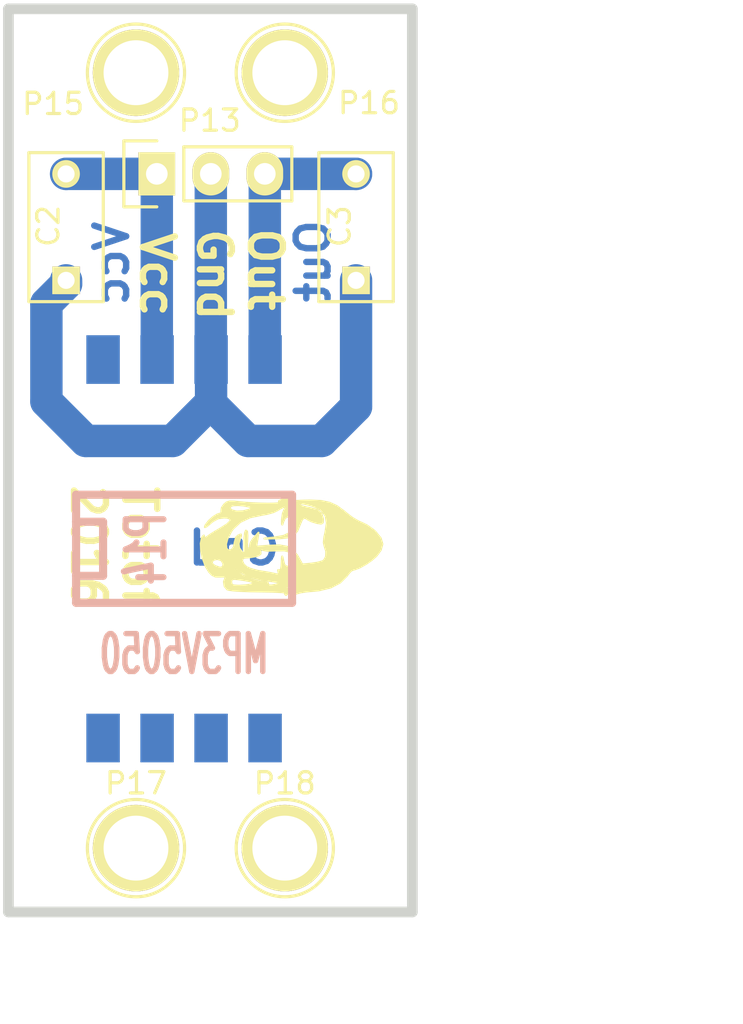
<source format=kicad_pcb>
(kicad_pcb (version 4) (host pcbnew 4.0.4+e1-6308~48~ubuntu16.04.1-stable)

  (general
    (links 7)
    (no_connects 0)
    (area 128.748999 29.743523 163.781212 79.674701)
    (thickness 1.6)
    (drawings 13)
    (tracks 24)
    (zones 0)
    (modules 9)
    (nets 13)
  )

  (page A4)
  (layers
    (0 F.Cu signal)
    (31 B.Cu signal)
    (32 B.Adhes user)
    (33 F.Adhes user)
    (34 B.Paste user)
    (35 F.Paste user)
    (36 B.SilkS user)
    (37 F.SilkS user)
    (38 B.Mask user)
    (39 F.Mask user)
    (40 Dwgs.User user)
    (41 Cmts.User user)
    (42 Eco1.User user)
    (43 Eco2.User user)
    (44 Edge.Cuts user)
    (45 Margin user)
    (46 B.CrtYd user)
    (47 F.CrtYd user)
    (48 B.Fab user)
    (49 F.Fab user)
  )

  (setup
    (last_trace_width 0.25)
    (user_trace_width 0.508)
    (user_trace_width 0.762)
    (user_trace_width 1.016)
    (user_trace_width 1.524)
    (user_trace_width 2.032)
    (user_trace_width 3.048)
    (trace_clearance 0.2)
    (zone_clearance 0.508)
    (zone_45_only no)
    (trace_min 0.2)
    (segment_width 0.2)
    (edge_width 0.5)
    (via_size 0.6)
    (via_drill 0.4)
    (via_min_size 0.4)
    (via_min_drill 0.3)
    (uvia_size 0.3)
    (uvia_drill 0.1)
    (uvias_allowed no)
    (uvia_min_size 0.2)
    (uvia_min_drill 0.1)
    (pcb_text_width 0.3)
    (pcb_text_size 1.5 1.5)
    (mod_edge_width 0.15)
    (mod_text_size 1 1)
    (mod_text_width 0.15)
    (pad_size 1.5748 2.286)
    (pad_drill 0)
    (pad_to_mask_clearance 0.2)
    (aux_axis_origin 0 0)
    (visible_elements FFFFF77F)
    (pcbplotparams
      (layerselection 0x010f4_80000001)
      (usegerberextensions false)
      (excludeedgelayer true)
      (linewidth 0.100000)
      (plotframeref false)
      (viasonmask false)
      (mode 1)
      (useauxorigin false)
      (hpglpennumber 1)
      (hpglpenspeed 20)
      (hpglpendiameter 15)
      (hpglpenoverlay 2)
      (psnegative false)
      (psa4output false)
      (plotreference true)
      (plotvalue true)
      (plotinvisibletext false)
      (padsonsilk false)
      (subtractmaskfromsilk false)
      (outputformat 1)
      (mirror false)
      (drillshape 0)
      (scaleselection 1)
      (outputdirectory "gerber/aecp vaccum sensor/"))
  )

  (net 0 "")
  (net 1 GND)
  (net 2 "Net-(P14-Pad1)")
  (net 3 "Net-(P14-Pad5)")
  (net 4 "Net-(P14-Pad6)")
  (net 5 "Net-(P14-Pad7)")
  (net 6 "Net-(P14-Pad8)")
  (net 7 "Net-(C2-Pad2)")
  (net 8 "Net-(C3-Pad2)")
  (net 9 "Net-(P15-Pad1)")
  (net 10 "Net-(P16-Pad1)")
  (net 11 "Net-(P17-Pad1)")
  (net 12 "Net-(P18-Pad1)")

  (net_class Default "Ceci est la Netclass par défaut"
    (clearance 0.2)
    (trace_width 0.25)
    (via_dia 0.6)
    (via_drill 0.4)
    (uvia_dia 0.3)
    (uvia_drill 0.1)
    (add_net GND)
    (add_net "Net-(C2-Pad2)")
    (add_net "Net-(C3-Pad2)")
    (add_net "Net-(P14-Pad1)")
    (add_net "Net-(P14-Pad5)")
    (add_net "Net-(P14-Pad6)")
    (add_net "Net-(P14-Pad7)")
    (add_net "Net-(P14-Pad8)")
    (add_net "Net-(P15-Pad1)")
    (add_net "Net-(P16-Pad1)")
    (add_net "Net-(P17-Pad1)")
    (add_net "Net-(P18-Pad1)")
  )

  (module Tete_budha:Tete_budha (layer F.Cu) (tedit 5766AA68) (tstamp 57782174)
    (at 142.3543 55.26532 270)
    (path /570FF659)
    (fp_text reference G1 (at 0 -5.461 270) (layer F.SilkS) hide
      (effects (font (thickness 0.3)))
    )
    (fp_text value Tete_budha (at 0 5.969 270) (layer F.SilkS) hide
      (effects (font (thickness 0.3)))
    )
    (fp_poly (pts (xy 2.267668 -0.000343) (xy 2.220055 0.104442) (xy 2.182909 0.234816) (xy 2.153378 0.515948)
      (xy 2.14962 0.59115) (xy 2.14962 -0.153698) (xy 2.144415 -0.1692) (xy 2.069649 -0.152819)
      (xy 1.975653 -0.032171) (xy 1.896524 0.136295) (xy 1.866215 0.291349) (xy 1.884641 0.37197)
      (xy 1.943608 0.316181) (xy 2.027886 0.169333) (xy 2.118347 -0.027369) (xy 2.14962 -0.153698)
      (xy 2.14962 0.59115) (xy 2.132718 0.929382) (xy 2.122183 1.456664) (xy 2.1215 1.554332)
      (xy 2.113765 2.024758) (xy 2.097072 2.444253) (xy 2.073494 2.779557) (xy 2.045105 2.997406)
      (xy 2.027895 3.05567) (xy 2.013911 3.067421) (xy 2.013911 0.548631) (xy 2.003778 0.536222)
      (xy 1.953443 0.547844) (xy 1.947333 0.592667) (xy 1.978311 0.662357) (xy 2.003778 0.649111)
      (xy 2.013911 0.548631) (xy 2.013911 3.067421) (xy 1.877922 3.181704) (xy 1.85743 3.184889)
      (xy 1.85743 2.569919) (xy 1.856716 2.4765) (xy 1.847455 2.32349) (xy 1.847455 0.977054)
      (xy 1.798209 0.733285) (xy 1.782092 0.677333) (xy 1.737981 0.549859) (xy 1.708524 0.559847)
      (xy 1.675072 0.721147) (xy 1.66809 0.762) (xy 1.62648 1.037235) (xy 1.583815 1.363815)
      (xy 1.572474 1.460771) (xy 1.505911 1.722257) (xy 1.505911 0.379298) (xy 1.495778 0.366889)
      (xy 1.445443 0.378511) (xy 1.439333 0.423333) (xy 1.470311 0.493023) (xy 1.495778 0.479778)
      (xy 1.505911 0.379298) (xy 1.505911 1.722257) (xy 1.428149 2.027739) (xy 1.339873 2.175301)
      (xy 1.339873 0.646559) (xy 1.271021 0.631978) (xy 1.223981 0.64813) (xy 1.120291 0.665334)
      (xy 1.134107 0.607055) (xy 1.11642 0.541806) (xy 0.953224 0.505933) (xy 0.788163 0.496854)
      (xy 0.557204 0.488612) (xy 0.484462 0.476828) (xy 0.558847 0.455146) (xy 0.677333 0.433354)
      (xy 0.876483 0.381426) (xy 0.958152 0.282554) (xy 0.973667 0.084667) (xy 0.960888 -0.112974)
      (xy 0.893234 -0.189777) (xy 0.86079 -0.190578) (xy 0.86079 -0.465667) (xy 0.816909 -0.916014)
      (xy 0.773806 -1.194637) (xy 0.711694 -1.413395) (xy 0.67248 -1.487514) (xy 0.49179 -1.588024)
      (xy 0.237538 -1.597995) (xy -0.005141 -1.521249) (xy -0.180396 -1.481645) (xy -0.452408 -1.512992)
      (xy -0.648086 -1.559073) (xy -1.094164 -1.627436) (xy -1.437187 -1.567459) (xy -1.689607 -1.374623)
      (xy -1.831362 -1.129664) (xy -1.928706 -0.858847) (xy -1.993901 -0.605254) (xy -2.021557 -0.405728)
      (xy -2.006284 -0.297109) (xy -1.951679 -0.307248) (xy -1.878287 -0.446126) (xy -1.817048 -0.679656)
      (xy -1.802519 -0.772915) (xy -1.708813 -1.140779) (xy -1.537141 -1.361218) (xy -1.283592 -1.439089)
      (xy -1.265794 -1.439333) (xy -1.116367 -1.427712) (xy -1.06662 -1.360302) (xy -1.090639 -1.188281)
      (xy -1.103002 -1.132648) (xy -1.172506 -0.904784) (xy -1.252448 -0.747264) (xy -1.263419 -0.734715)
      (xy -1.349807 -0.584555) (xy -1.275624 -0.460193) (xy -1.036752 -0.354902) (xy -1.029784 -0.3528)
      (xy -0.725614 -0.229826) (xy -0.529909 -0.056552) (xy -0.420821 0.202235) (xy -0.376502 0.581752)
      (xy -0.372866 0.705989) (xy -0.362198 1.312333) (xy -0.413932 0.804333) (xy -0.482598 0.417162)
      (xy -0.605463 0.147277) (xy -0.665489 0.070339) (xy -0.897138 -0.12719) (xy -1.12543 -0.219398)
      (xy -1.317093 -0.209751) (xy -1.438855 -0.101716) (xy -1.457444 0.101241) (xy -1.446187 0.151677)
      (xy -1.324987 0.354085) (xy -1.136948 0.439157) (xy -1.019069 0.472468) (xy -1.049283 0.485978)
      (xy -1.237381 0.482802) (xy -1.27 0.48149) (xy -1.539965 0.442987) (xy -1.726349 0.364649)
      (xy -1.754141 0.338667) (xy -1.84011 0.266345) (xy -1.867862 0.310628) (xy -1.843066 0.4313)
      (xy -1.771395 0.588148) (xy -1.705003 0.687082) (xy -1.605039 0.888951) (xy -1.521705 1.188065)
      (xy -1.487327 1.397) (xy -1.36419 1.987544) (xy -1.145301 2.448599) (xy -0.822381 2.795671)
      (xy -0.690889 2.888269) (xy -0.375638 3.050536) (xy -0.098528 3.124506) (xy 0.106134 3.105238)
      (xy 0.195992 3.015984) (xy 0.183936 2.857542) (xy 0.037277 2.746445) (xy -0.183288 2.709333)
      (xy -0.412539 2.645055) (xy -0.507353 2.541209) (xy -0.556186 2.427318) (xy -0.500454 2.414073)
      (xy -0.37782 2.456542) (xy -0.117928 2.530296) (xy 0.075225 2.503816) (xy 0.256021 2.386055)
      (xy 0.349854 2.30441) (xy 0.35977 2.259851) (xy 0.260838 2.243261) (xy 0.028127 2.245525)
      (xy -0.116243 2.249928) (xy -0.409571 2.24723) (xy -0.631096 2.222865) (xy -0.730556 2.183714)
      (xy -0.691607 2.133217) (xy -0.508232 2.116495) (xy -0.412412 2.119544) (xy -0.094636 2.131286)
      (xy 0.081644 2.121065) (xy 0.14333 2.084719) (xy 0.129285 2.035698) (xy 0.01708 1.983132)
      (xy -0.023878 1.990606) (xy -0.148915 1.963134) (xy -0.330987 1.85022) (xy -0.381 1.809802)
      (xy -0.635 1.593121) (xy -0.304697 1.649465) (xy 0.025605 1.70581) (xy -0.025618 1.09482)
      (xy -0.038598 0.613269) (xy 0.024189 0.255557) (xy 0.175844 -0.011788) (xy 0.429468 -0.222236)
      (xy 0.507983 -0.268565) (xy 0.86079 -0.465667) (xy 0.86079 -0.190578) (xy 0.726722 -0.193887)
      (xy 0.719667 -0.193386) (xy 0.444521 -0.119174) (xy 0.270981 0.065105) (xy 0.191792 0.372818)
      (xy 0.19567 0.772088) (xy 0.208917 1.163936) (xy 0.170101 1.394885) (xy 0.142312 1.439773)
      (xy 0.097158 1.513367) (xy 0.189477 1.511249) (xy 0.225269 1.50309) (xy 0.353105 1.499927)
      (xy 0.428782 1.596197) (xy 0.475649 1.766738) (xy 0.516707 2.012594) (xy 0.527837 2.206618)
      (xy 0.526545 2.2225) (xy 0.56554 2.344161) (xy 0.688317 2.36784) (xy 0.845622 2.300316)
      (xy 0.980832 2.159946) (xy 1.069799 1.957719) (xy 1.149808 1.665018) (xy 1.186362 1.461446)
      (xy 1.23426 1.157157) (xy 1.285322 0.896028) (xy 1.314448 0.781908) (xy 1.339873 0.646559)
      (xy 1.339873 2.175301) (xy 1.129364 2.52719) (xy 0.82842 2.837608) (xy 0.668062 2.987143)
      (xy 0.609664 3.063878) (xy 0.656504 3.055213) (xy 0.831977 2.935788) (xy 1.051113 2.749587)
      (xy 1.139863 2.664492) (xy 1.368701 2.353286) (xy 1.556089 1.948982) (xy 1.671428 1.527467)
      (xy 1.693333 1.291969) (xy 1.722043 1.157625) (xy 1.778 1.143) (xy 1.840626 1.124181)
      (xy 1.847455 0.977054) (xy 1.847455 2.32349) (xy 1.839907 2.198783) (xy 1.804549 1.971141)
      (xy 1.786854 1.91119) (xy 1.731059 1.801583) (xy 1.686054 1.846523) (xy 1.668858 1.888992)
      (xy 1.626284 2.053239) (xy 1.579391 2.310799) (xy 1.558478 2.454302) (xy 1.531187 2.704864)
      (xy 1.544313 2.830777) (xy 1.610227 2.874388) (xy 1.682426 2.878667) (xy 1.79178 2.858778)
      (xy 1.843867 2.770279) (xy 1.85743 2.569919) (xy 1.85743 3.184889) (xy 1.666822 3.214522)
      (xy 1.482371 3.141541) (xy 1.475406 3.134873) (xy 1.425199 3.144265) (xy 1.418527 3.31087)
      (xy 1.423707 3.374979) (xy 1.422599 3.611201) (xy 1.338111 3.77965) (xy 1.195373 3.91556)
      (xy 1.01476 4.025923) (xy 1.01476 3.410165) (xy 0.981168 3.266187) (xy 0.831908 3.23186)
      (xy 0.826365 3.232611) (xy 0.657412 3.328479) (xy 0.593922 3.520904) (xy 0.625182 3.687945)
      (xy 0.722422 3.800744) (xy 0.846226 3.758672) (xy 0.928354 3.646233) (xy 1.01476 3.410165)
      (xy 1.01476 4.025923) (xy 0.924353 4.081166) (xy 0.577803 4.208253) (xy 0.423333 4.240966)
      (xy 0.423333 2.074333) (xy 0.381 2.032) (xy 0.338667 2.074333) (xy 0.381 2.116667)
      (xy 0.423333 2.074333) (xy 0.423333 4.240966) (xy 0.208754 4.286409) (xy -0.129765 4.305223)
      (xy -0.237559 4.283687) (xy -0.237559 3.312891) (xy -0.261056 3.271135) (xy -0.355951 3.215581)
      (xy -0.508 3.139464) (xy -0.648577 3.075733) (xy -0.648053 3.093804) (xy -0.555318 3.170329)
      (xy -0.434133 3.246987) (xy -0.310801 3.300472) (xy -0.237559 3.312891) (xy -0.237559 4.283687)
      (xy -0.384721 4.254286) (xy -0.423333 4.233333) (xy -0.502377 4.167183) (xy -0.432777 4.149979)
      (xy -0.431378 4.149963) (xy -0.359102 4.128001) (xy -0.407333 4.038931) (xy -0.439406 4.0005)
      (xy -0.546753 3.850182) (xy -0.698929 3.607396) (xy -0.839742 3.3655) (xy -1.036241 3.056111)
      (xy -1.188567 2.903289) (xy -1.27 2.906942) (xy -1.27 2.58733) (xy -1.330137 2.515717)
      (xy -1.367749 2.489582) (xy -1.425686 2.479602) (xy -1.405085 2.526918) (xy -1.319835 2.617812)
      (xy -1.270824 2.599166) (xy -1.27 2.58733) (xy -1.27 2.906942) (xy -1.29345 2.907994)
      (xy -1.34762 3.071186) (xy -1.354667 3.214387) (xy -1.318036 3.487108) (xy -1.186054 3.732794)
      (xy -1.0795 3.863626) (xy -0.933121 4.039654) (xy -0.900601 4.109032) (xy -0.976293 4.085078)
      (xy -0.988267 4.078774) (xy -1.18716 3.928593) (xy -1.372671 3.720479) (xy -1.497614 3.513467)
      (xy -1.524 3.408523) (xy -1.579661 3.322959) (xy -1.625699 3.329491) (xy -1.625699 2.61334)
      (xy -1.637993 2.327898) (xy -1.70108 2.069552) (xy -1.792498 1.843264) (xy -1.792498 1.648213)
      (xy -1.807731 1.440696) (xy -1.824182 1.316182) (xy -1.865682 1.094921) (xy -1.905329 0.971749)
      (xy -1.921551 0.961996) (xy -1.932836 1.06112) (xy -1.917602 1.268637) (xy -1.901152 1.393151)
      (xy -1.859651 1.614412) (xy -1.820004 1.737584) (xy -1.803782 1.747337) (xy -1.792498 1.648213)
      (xy -1.792498 1.843264) (xy -1.801762 1.820333) (xy -1.866108 2.032) (xy -1.915094 2.271809)
      (xy -1.936761 2.54011) (xy -1.929429 2.772903) (xy -1.891417 2.906186) (xy -1.889125 2.908653)
      (xy -1.772323 2.948944) (xy -1.677743 2.842578) (xy -1.625699 2.61334) (xy -1.625699 3.329491)
      (xy -1.652921 3.333354) (xy -1.801935 3.314382) (xy -1.959078 3.205588) (xy -2.056048 3.08764)
      (xy -2.099075 2.951416) (xy -2.096852 2.742826) (xy -2.071055 2.509009) (xy -2.039719 2.195439)
      (xy -2.0166 1.839202) (xy -2.002139 1.474317) (xy -1.996774 1.134806) (xy -2.000948 0.854688)
      (xy -2.0151 0.667984) (xy -2.03967 0.608715) (xy -2.046555 0.616216) (xy -2.114246 0.625982)
      (xy -2.195551 0.480868) (xy -2.196472 0.478453) (xy -2.264147 0.257036) (xy -2.280161 0.111459)
      (xy -2.249442 0.068954) (xy -2.176919 0.156752) (xy -2.148188 0.211667) (xy -2.02413 0.465667)
      (xy -2.085469 0.169333) (xy -2.114392 -0.056172) (xy -2.135933 -0.387607) (xy -2.146274 -0.761607)
      (xy -2.146666 -0.846667) (xy -2.124167 -1.349806) (xy -2.042833 -1.746259) (xy -1.881574 -2.094414)
      (xy -1.619297 -2.452658) (xy -1.52808 -2.559083) (xy -1.32508 -2.828559) (xy -1.15992 -3.113623)
      (xy -1.103504 -3.248606) (xy -0.978172 -3.505926) (xy -0.78251 -3.785459) (xy -0.67734 -3.904772)
      (xy -0.380572 -4.149591) (xy -0.10565 -4.233111) (xy 0.173112 -4.156556) (xy 0.441535 -3.958167)
      (xy 0.636121 -3.741272) (xy 0.829914 -3.46148) (xy 0.990963 -3.172869) (xy 1.087315 -2.929521)
      (xy 1.101245 -2.841597) (xy 1.165798 -2.741586) (xy 1.326365 -2.601061) (xy 1.391392 -2.554492)
      (xy 1.705408 -2.241877) (xy 1.934308 -1.800226) (xy 2.067955 -1.252333) (xy 2.094508 -0.973667)
      (xy 2.123604 -0.645668) (xy 2.168999 -0.363398) (xy 2.21883 -0.193386) (xy 2.267668 -0.000343)
      (xy 2.267668 -0.000343)) (layer F.SilkS) (width 0.1))
    (fp_poly (pts (xy 2.286 0.296333) (xy 2.243667 0.338667) (xy 2.201333 0.296333) (xy 2.243667 0.254)
      (xy 2.286 0.296333) (xy 2.286 0.296333)) (layer F.SilkS) (width 0.1))
  )

  (module MP3V5050V:MP3V5050V (layer B.Cu) (tedit 580F7AC8) (tstamp 57685343)
    (at 137.2616 55.3847)
    (descr MP3V5050V)
    (tags MP3V5050V)
    (path /576866EF)
    (fp_text reference P14 (at -1.778 0 270) (layer B.SilkS)
      (effects (font (size 1.778 1.143) (thickness 0.3048)) (justify mirror))
    )
    (fp_text value MP3V5050 (at 0 4.953) (layer B.SilkS)
      (effects (font (size 1.778 1.016) (thickness 0.254)) (justify mirror))
    )
    (fp_line (start -5.08 1.27) (end -3.81 1.27) (layer B.SilkS) (width 0.381))
    (fp_line (start -3.81 1.27) (end -3.81 -1.27) (layer B.SilkS) (width 0.381))
    (fp_line (start -3.81 -1.27) (end -5.08 -1.27) (layer B.SilkS) (width 0.381))
    (fp_line (start -5.08 2.54) (end 5.08 2.54) (layer B.SilkS) (width 0.381))
    (fp_line (start 5.08 2.54) (end 5.08 -2.54) (layer B.SilkS) (width 0.381))
    (fp_line (start 5.08 -2.54) (end -5.08 -2.54) (layer B.SilkS) (width 0.381))
    (fp_line (start -5.08 -2.54) (end -5.08 2.54) (layer B.SilkS) (width 0.381))
    (pad 1 smd rect (at -3.81 -8.89) (size 1.5748 2.286) (layers B.Cu B.Paste B.Mask)
      (net 2 "Net-(P14-Pad1)"))
    (pad 2 smd rect (at -1.27 -8.89) (size 1.5748 2.286) (layers B.Cu B.Paste B.Mask)
      (net 7 "Net-(C2-Pad2)"))
    (pad 3 smd rect (at 1.27 -8.89) (size 1.5748 2.286) (layers B.Cu B.Paste B.Mask)
      (net 1 GND))
    (pad 4 smd rect (at 3.81 -8.89) (size 1.5748 2.286) (layers B.Cu B.Paste B.Mask)
      (net 8 "Net-(C3-Pad2)"))
    (pad 5 smd rect (at 3.81 8.89) (size 1.5748 2.286) (layers B.Cu B.Paste B.Mask)
      (net 3 "Net-(P14-Pad5)"))
    (pad 6 smd rect (at 1.27 8.89) (size 1.5748 2.286) (layers B.Cu B.Paste B.Mask)
      (net 4 "Net-(P14-Pad6)"))
    (pad 7 smd rect (at -1.27 8.89) (size 1.5748 2.286) (layers B.Cu B.Paste B.Mask)
      (net 5 "Net-(P14-Pad7)"))
    (pad 8 smd rect (at -3.81 8.89) (size 1.5748 2.286) (layers B.Cu B.Paste B.Mask)
      (net 6 "Net-(P14-Pad8)"))
    (model walter/smd_dil/soij-8.wrl
      (at (xyz 0 0 0))
      (scale (xyz 2 2.4 2))
      (rotate (xyz 0 0 0))
    )
  )

  (module Socket_Strips:Socket_Strip_Straight_1x03 (layer F.Cu) (tedit 580BA880) (tstamp 5768528E)
    (at 135.9789 37.7698)
    (descr "Through hole socket strip")
    (tags "socket strip")
    (path /576841BF)
    (fp_text reference P13 (at 2.49174 -2.50444) (layer F.SilkS)
      (effects (font (size 1 1) (thickness 0.15)))
    )
    (fp_text value CONN_DEP2 (at 2.5781 2.0955) (layer F.Fab)
      (effects (font (size 1 1) (thickness 0.15)))
    )
    (fp_line (start 0 -1.55) (end -1.55 -1.55) (layer F.SilkS) (width 0.15))
    (fp_line (start -1.55 -1.55) (end -1.55 1.55) (layer F.SilkS) (width 0.15))
    (fp_line (start -1.55 1.55) (end 0 1.55) (layer F.SilkS) (width 0.15))
    (fp_line (start -1.75 -1.75) (end -1.75 1.75) (layer F.CrtYd) (width 0.05))
    (fp_line (start 6.85 -1.75) (end 6.85 1.75) (layer F.CrtYd) (width 0.05))
    (fp_line (start -1.75 -1.75) (end 6.85 -1.75) (layer F.CrtYd) (width 0.05))
    (fp_line (start -1.75 1.75) (end 6.85 1.75) (layer F.CrtYd) (width 0.05))
    (fp_line (start 1.27 -1.27) (end 6.35 -1.27) (layer F.SilkS) (width 0.15))
    (fp_line (start 6.35 -1.27) (end 6.35 1.27) (layer F.SilkS) (width 0.15))
    (fp_line (start 6.35 1.27) (end 1.27 1.27) (layer F.SilkS) (width 0.15))
    (fp_line (start 1.27 1.27) (end 1.27 -1.27) (layer F.SilkS) (width 0.15))
    (pad 1 thru_hole rect (at 0 0) (size 1.7272 2.032) (drill 1.016) (layers *.Cu *.Mask F.SilkS)
      (net 7 "Net-(C2-Pad2)"))
    (pad 2 thru_hole oval (at 2.54 0) (size 1.7272 2.032) (drill 1.016) (layers *.Cu *.Mask F.SilkS)
      (net 1 GND))
    (pad 3 thru_hole oval (at 5.08 0) (size 1.7272 2.032) (drill 1.016) (layers *.Cu *.Mask F.SilkS)
      (net 8 "Net-(C3-Pad2)"))
    (model walter/pin_strip/pin_strip_3.wrl
      (at (xyz 0.1 0 0))
      (scale (xyz 1 1 1))
      (rotate (xyz 0 0 180))
    )
  )

  (module Capacitors_ThroughHole:C_Rect_L7_W3.5_P5 (layer F.Cu) (tedit 576CDD4A) (tstamp 576CDA90)
    (at 131.7117 42.7736 90)
    (descr "Film Capacitor Length 7mm x Width 3.5mm, Pitch 5mm")
    (tags Capacitor)
    (path /576CDB5B)
    (fp_text reference C2 (at 2.5527 -0.8382 90) (layer F.SilkS)
      (effects (font (size 1 1) (thickness 0.15)))
    )
    (fp_text value 1µ (at 2.6543 0.635 90) (layer F.Fab)
      (effects (font (size 1 1) (thickness 0.15)))
    )
    (fp_line (start -1.25 -2) (end 6.25 -2) (layer F.CrtYd) (width 0.05))
    (fp_line (start 6.25 -2) (end 6.25 2) (layer F.CrtYd) (width 0.05))
    (fp_line (start 6.25 2) (end -1.25 2) (layer F.CrtYd) (width 0.05))
    (fp_line (start -1.25 2) (end -1.25 -2) (layer F.CrtYd) (width 0.05))
    (fp_line (start -1 -1.75) (end 6 -1.75) (layer F.SilkS) (width 0.15))
    (fp_line (start 6 -1.75) (end 6 1.75) (layer F.SilkS) (width 0.15))
    (fp_line (start 6 1.75) (end -1 1.75) (layer F.SilkS) (width 0.15))
    (fp_line (start -1 1.75) (end -1 -1.75) (layer F.SilkS) (width 0.15))
    (pad 1 thru_hole rect (at 0 0 90) (size 1.3 1.3) (drill 0.8) (layers *.Cu *.Mask F.SilkS)
      (net 1 GND))
    (pad 2 thru_hole circle (at 5 0 90) (size 1.3 1.3) (drill 0.8) (layers *.Cu *.Mask F.SilkS)
      (net 7 "Net-(C2-Pad2)"))
    (model walter/capacitors/cnp_7x4.5mm.wrl
      (at (xyz 0.1 0 0))
      (scale (xyz 1 1 1))
      (rotate (xyz 0 0 0))
    )
  )

  (module Capacitors_ThroughHole:C_Rect_L7_W3.5_P5 (layer F.Cu) (tedit 576CDD38) (tstamp 576CDA96)
    (at 145.3515 42.7736 90)
    (descr "Film Capacitor Length 7mm x Width 3.5mm, Pitch 5mm")
    (tags Capacitor)
    (path /576CDC40)
    (fp_text reference C3 (at 2.54 -0.7747 90) (layer F.SilkS)
      (effects (font (size 1 1) (thickness 0.15)))
    )
    (fp_text value 470p (at 2.6035 0.7874 90) (layer F.Fab)
      (effects (font (size 1 1) (thickness 0.15)))
    )
    (fp_line (start -1.25 -2) (end 6.25 -2) (layer F.CrtYd) (width 0.05))
    (fp_line (start 6.25 -2) (end 6.25 2) (layer F.CrtYd) (width 0.05))
    (fp_line (start 6.25 2) (end -1.25 2) (layer F.CrtYd) (width 0.05))
    (fp_line (start -1.25 2) (end -1.25 -2) (layer F.CrtYd) (width 0.05))
    (fp_line (start -1 -1.75) (end 6 -1.75) (layer F.SilkS) (width 0.15))
    (fp_line (start 6 -1.75) (end 6 1.75) (layer F.SilkS) (width 0.15))
    (fp_line (start 6 1.75) (end -1 1.75) (layer F.SilkS) (width 0.15))
    (fp_line (start -1 1.75) (end -1 -1.75) (layer F.SilkS) (width 0.15))
    (pad 1 thru_hole rect (at 0 0 90) (size 1.3 1.3) (drill 0.8) (layers *.Cu *.Mask F.SilkS)
      (net 1 GND))
    (pad 2 thru_hole circle (at 5 0 90) (size 1.3 1.3) (drill 0.8) (layers *.Cu *.Mask F.SilkS)
      (net 8 "Net-(C3-Pad2)"))
    (model walter/capacitors/cnp_6mm_disc.wrl
      (at (xyz 0.1 0 0))
      (scale (xyz 1 1 1))
      (rotate (xyz 0 0 0))
    )
  )

  (module Connect:1pin (layer F.Cu) (tedit 5807D282) (tstamp 5807D0B3)
    (at 134.999 33.0188)
    (descr "module 1 pin (ou trou mecanique de percage)")
    (tags DEV)
    (path /5807D31D)
    (fp_text reference P15 (at -3.8969 1.4617) (layer F.SilkS)
      (effects (font (size 1 1) (thickness 0.15)))
    )
    (fp_text value FIX (at -3.935 -0.0242) (layer F.Fab)
      (effects (font (size 1 1) (thickness 0.15)))
    )
    (fp_circle (center 0 0) (end 0 -2.286) (layer F.SilkS) (width 0.15))
    (pad 1 thru_hole circle (at 0 0) (size 4.064 4.064) (drill 3.048) (layers *.Cu *.Mask F.SilkS)
      (net 9 "Net-(P15-Pad1)"))
  )

  (module Connect:1pin (layer F.Cu) (tedit 5807D27C) (tstamp 5807D0B8)
    (at 141.999 33.0188)
    (descr "module 1 pin (ou trou mecanique de percage)")
    (tags DEV)
    (path /5807D404)
    (fp_text reference P16 (at 3.9624 1.4236) (layer F.SilkS)
      (effects (font (size 1 1) (thickness 0.15)))
    )
    (fp_text value FIX (at 3.8862 -0.0242) (layer F.Fab)
      (effects (font (size 1 1) (thickness 0.15)))
    )
    (fp_circle (center 0 0) (end 0 -2.286) (layer F.SilkS) (width 0.15))
    (pad 1 thru_hole circle (at 0 0) (size 4.064 4.064) (drill 3.048) (layers *.Cu *.Mask F.SilkS)
      (net 10 "Net-(P16-Pad1)"))
  )

  (module Connect:1pin (layer F.Cu) (tedit 0) (tstamp 5807D0BD)
    (at 134.999 69.4478)
    (descr "module 1 pin (ou trou mecanique de percage)")
    (tags DEV)
    (path /5807D40A)
    (fp_text reference P17 (at 0 -3.048) (layer F.SilkS)
      (effects (font (size 1 1) (thickness 0.15)))
    )
    (fp_text value FIX (at 0 2.794) (layer F.Fab)
      (effects (font (size 1 1) (thickness 0.15)))
    )
    (fp_circle (center 0 0) (end 0 -2.286) (layer F.SilkS) (width 0.15))
    (pad 1 thru_hole circle (at 0 0) (size 4.064 4.064) (drill 3.048) (layers *.Cu *.Mask F.SilkS)
      (net 11 "Net-(P17-Pad1)"))
  )

  (module Connect:1pin (layer F.Cu) (tedit 0) (tstamp 5807D0C2)
    (at 141.999 69.4478)
    (descr "module 1 pin (ou trou mecanique de percage)")
    (tags DEV)
    (path /5807D293)
    (fp_text reference P18 (at 0 -3.048) (layer F.SilkS)
      (effects (font (size 1 1) (thickness 0.15)))
    )
    (fp_text value FIX (at 0 2.794) (layer F.Fab)
      (effects (font (size 1 1) (thickness 0.15)))
    )
    (fp_circle (center 0 0) (end 0 -2.286) (layer F.SilkS) (width 0.15))
    (pad 1 thru_hole circle (at 0 0) (size 4.064 4.064) (drill 3.048) (layers *.Cu *.Mask F.SilkS)
      (net 12 "Net-(P18-Pad1)"))
  )

  (dimension 43.027967 (width 0.3) (layer Cmts.User)
    (gr_text "43,028 mm" (at 157.281212 51.262901 270.2367581) (layer Cmts.User)
      (effects (font (size 1.5 1.5) (thickness 0.3)))
    )
    (feature1 (pts (xy 149.5298 72.8091) (xy 158.720101 72.771123)))
    (feature2 (pts (xy 149.352 29.7815) (xy 158.542301 29.743523)))
    (crossbar (pts (xy 155.842324 29.75468) (xy 156.020124 72.78228)))
    (arrow1a (pts (xy 156.020124 72.78228) (xy 155.429053 71.658209)))
    (arrow1b (pts (xy 156.020124 72.78228) (xy 156.601885 71.653363)))
    (arrow2a (pts (xy 155.842324 29.75468) (xy 155.260563 30.883597)))
    (arrow2b (pts (xy 155.842324 29.75468) (xy 156.433395 30.878751)))
  )
  (gr_text "Totof\n2016" (at 133.9723 55.29326 270) (layer F.SilkS)
    (effects (font (size 1.5 1.5) (thickness 0.3)))
  )
  (gr_text Gnd (at 138.684 42.5069 270) (layer F.SilkS)
    (effects (font (size 1.5 1.5) (thickness 0.3)))
  )
  (dimension 19.4437 (width 0.3) (layer Cmts.User)
    (gr_text "19,444 mm" (at 138.47445 78.3247) (layer Cmts.User)
      (effects (font (size 1.5 1.5) (thickness 0.3)))
    )
    (feature1 (pts (xy 148.1963 75.2983) (xy 148.1963 79.6747)))
    (feature2 (pts (xy 128.7526 75.2983) (xy 128.7526 79.6747)))
    (crossbar (pts (xy 128.7526 76.9747) (xy 148.1963 76.9747)))
    (arrow1a (pts (xy 148.1963 76.9747) (xy 147.069796 77.561121)))
    (arrow1b (pts (xy 148.1963 76.9747) (xy 147.069796 76.388279)))
    (arrow2a (pts (xy 128.7526 76.9747) (xy 129.879104 77.561121)))
    (arrow2b (pts (xy 128.7526 76.9747) (xy 129.879104 76.388279)))
  )
  (gr_text Gnd (at 139.61618 55.34914) (layer B.Cu)
    (effects (font (size 1.5 1.5) (thickness 0.3)) (justify mirror))
  )
  (gr_text Vcc (at 133.858 41.9862 90) (layer B.Cu)
    (effects (font (size 1.5 1.5) (thickness 0.3)) (justify mirror))
  )
  (gr_text Out (at 143.3322 41.8719 90) (layer B.Cu)
    (effects (font (size 1.5 1.5) (thickness 0.3)) (justify mirror))
  )
  (gr_line (start 147.999 30.0188) (end 147.999 72.4478) (angle 90) (layer Edge.Cuts) (width 0.5))
  (gr_text Out (at 141.0843 42.2656 270) (layer F.SilkS)
    (effects (font (size 1.5 1.5) (thickness 0.3)))
  )
  (gr_text Vcc (at 136.0043 42.4942 270) (layer F.SilkS)
    (effects (font (size 1.5 1.5) (thickness 0.3)))
  )
  (gr_line (start 128.999 72.4478) (end 128.999 30.0188) (angle 90) (layer Edge.Cuts) (width 0.5))
  (gr_line (start 147.999 72.4478) (end 128.999 72.4478) (angle 90) (layer Edge.Cuts) (width 0.5))
  (gr_line (start 128.999 30.0188) (end 147.999 30.0188) (angle 90) (layer Edge.Cuts) (width 0.5))

  (segment (start 131.7117 42.7736) (end 131.7117 42.9387) (width 1.524) (layer B.Cu) (net 1))
  (segment (start 131.7117 42.9387) (end 130.7846 43.8658) (width 1.524) (layer B.Cu) (net 1) (tstamp 57758367))
  (segment (start 130.7846 43.8658) (end 130.7846 48.4632) (width 1.524) (layer B.Cu) (net 1) (tstamp 5775836A))
  (segment (start 130.7846 48.4632) (end 132.6388 50.3174) (width 1.524) (layer B.Cu) (net 1) (tstamp 5775836B))
  (segment (start 132.6388 50.3174) (end 136.7282 50.3174) (width 1.524) (layer B.Cu) (net 1) (tstamp 5775836E))
  (segment (start 136.7282 50.3174) (end 138.5316 48.514) (width 1.524) (layer B.Cu) (net 1) (tstamp 5775836F))
  (segment (start 145.3515 42.7736) (end 145.3515 48.7045) (width 1.524) (layer B.Cu) (net 1))
  (segment (start 138.5316 48.5775) (end 138.5316 48.514) (width 1.524) (layer B.Cu) (net 1) (tstamp 57758364))
  (segment (start 138.5316 48.514) (end 138.5316 46.4947) (width 1.524) (layer B.Cu) (net 1) (tstamp 57758372))
  (segment (start 140.2715 50.3174) (end 138.5316 48.5775) (width 1.524) (layer B.Cu) (net 1) (tstamp 57758363))
  (segment (start 143.7386 50.3174) (end 140.2715 50.3174) (width 1.524) (layer B.Cu) (net 1) (tstamp 57758362))
  (segment (start 145.3515 48.7045) (end 143.7386 50.3174) (width 1.524) (layer B.Cu) (net 1) (tstamp 5775835F))
  (segment (start 138.5189 37.7698) (end 138.5189 46.482) (width 1.524) (layer B.Cu) (net 1) (status 10))
  (segment (start 138.5443 37.7444) (end 138.5189 37.7698) (width 1.016) (layer B.Cu) (net 1) (tstamp 576853AA) (status 30))
  (segment (start 135.9789 37.7698) (end 131.7155 37.7698) (width 1.524) (layer B.Cu) (net 7))
  (segment (start 131.7155 37.7698) (end 131.7117 37.7736) (width 1.524) (layer B.Cu) (net 7) (tstamp 57758342))
  (segment (start 135.9789 37.7698) (end 135.9789 46.482) (width 1.524) (layer B.Cu) (net 7) (status 10))
  (segment (start 131.6317 37.6936) (end 131.7117 37.7736) (width 1.016) (layer B.Cu) (net 7) (tstamp 576CDCE6) (status 30))
  (segment (start 136.0043 37.7444) (end 135.9789 37.7698) (width 1.016) (layer B.Cu) (net 7) (tstamp 576853AD) (status 30))
  (segment (start 141.0589 37.7698) (end 145.3477 37.7698) (width 1.524) (layer B.Cu) (net 8))
  (segment (start 145.3477 37.7698) (end 145.3515 37.7736) (width 1.524) (layer B.Cu) (net 8) (tstamp 5775834A))
  (segment (start 141.0589 37.7698) (end 141.0589 46.482) (width 1.524) (layer B.Cu) (net 8) (status 10))
  (segment (start 141.1135 37.7152) (end 141.0589 37.7698) (width 1.016) (layer B.Cu) (net 8) (tstamp 576CDCEA) (status 30))
  (segment (start 141.0843 37.7444) (end 141.0589 37.7698) (width 1.016) (layer B.Cu) (net 8) (tstamp 576853A7) (status 30))

)

</source>
